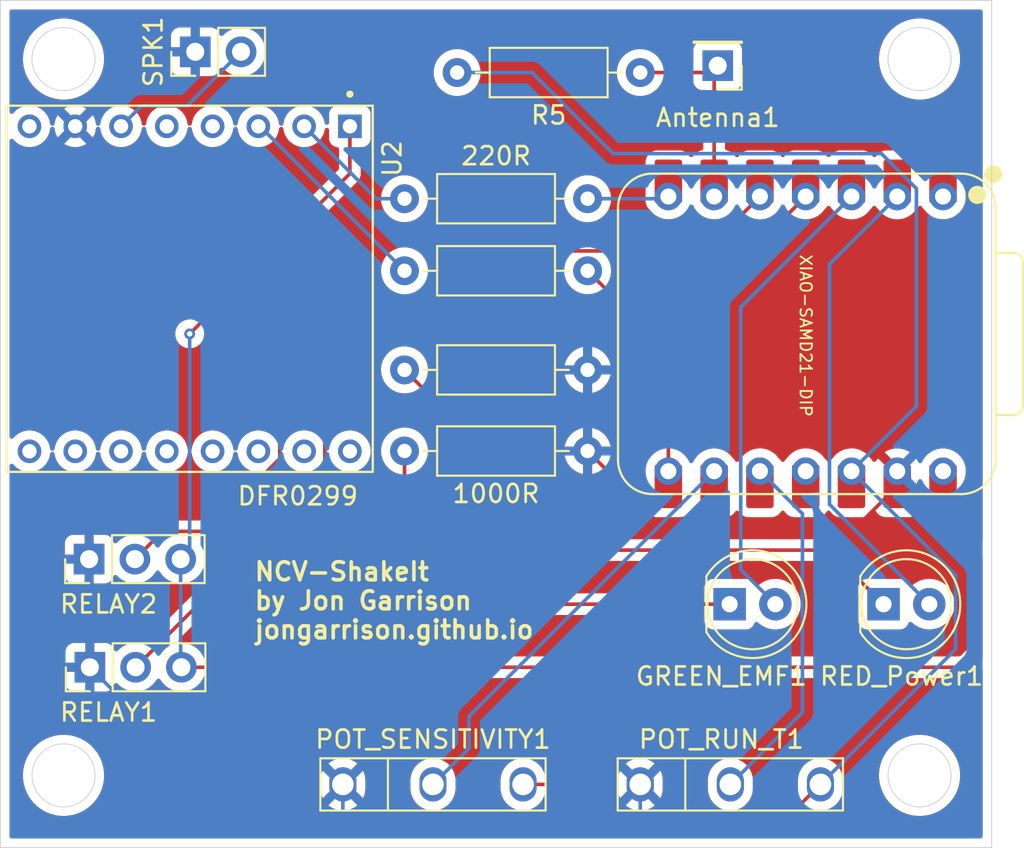
<source format=kicad_pcb>
(kicad_pcb (version 20241229) (generator "pcbnew") (generator_version "9.0")
  (layers (0 "F.Cu" signal) (2 "B.Cu" signal) (13 "F.Paste" user) (15 "B.Paste" user) (5 "F.SilkS" user "F.Silkscreen") (7 "B.SilkS" user "B.Silkscreen") (1 "F.Mask" user) (3 "B.Mask" user) (25 "Edge.Cuts" user))
  (net 0 "")
  (net 1 "Net-(U1-PA5_A9_D9_MISO)")
  (net 2 "Net-(U1-PA7_A8_D8_SCK)")
  (net 3 "Net-(RED_Power1-K)")
  (net 4 "Net-(GREEN_EMF1-K)")
  (net 5 "Net-(U2-TX)")
  (net 6 "Net-(U1-PB09_A7_D7_RX)")
  (net 7 "Net-(U1-PB08_A6_D6_TX)")
  (net 8 "Net-(U2-RX)")
  (net 9 "Net-(Antenna1-Pin_1)")
  (net 10 "Net-(GREEN_EMF1-A)")
  (net 11 "Net-(RED_Power1-A)")
  (net 12 "Net-(RELAY1-Pin_2)")
  (net 13 "Net-(RELAY2-Pin_2)")
  (net 14 "Net-(U2-SPK1)")
  (net 28 "+3.3V")
  (net 29 "GND")
  (net 30 "+5V")
  (footprint "Resistor_THT:R_Axial_DIN0207_L6.3mm_D2.5mm_P10.16mm_Horizontal" (layer "F.Cu") (at 49.58 31 180)
    (property "Reference" "R4" (hide yes))
    (property "Value" "220R" (at 5.08 2.37 0) (layer "F.SilkS"))
    (fp_line (start 9.12 0) (end 8.35 0) (stroke (width 0.12)) (layer "F.SilkS"))
    (fp_line (start 8.35 1.37) (end 8.35 -1.37) (stroke (width 0.12)) (layer "F.SilkS"))
    (fp_line (start 8.35 -1.37) (end 1.81 -1.37) (stroke (width 0.12)) (layer "F.SilkS"))
    (fp_line (start 1.81 1.37) (end 8.35 1.37) (stroke (width 0.12)) (layer "F.SilkS"))
    (fp_line (start 1.81 -1.37) (end 1.81 1.37) (stroke (width 0.12)) (layer "F.SilkS"))
    (fp_line (start 1.04 0) (end 1.81 0) (stroke (width 0.12)) (layer "F.SilkS"))
    (pad "1" thru_hole circle (at 0 0 180) (size 1.6 1.6) (drill 0.8) (layers "*.Cu" "*.Mask") (net 7 "Net-(U1-PB08_A6_D6_TX)"))
    (pad "2" thru_hole oval (at 10.16 0 180) (size 1.6 1.6) (drill 0.8) (layers "*.Cu" "*.Mask") (net 8 "Net-(U2-RX)"))
  )
  (footprint "Connector_PinHeader_2.54mm:PinHeader_1x02_P2.54mm_Vertical" (layer "F.Cu") (at 27.81 22.85 90)
    (property "Reference" "SPK1" (at 0 -2.33 90) (layer "F.SilkS"))
    (property "Value" "Speaker")
    (fp_line (start -1.33 -1.33) (end 0 -1.33) (stroke (width 0.12)) (layer "F.SilkS"))
    (fp_line (start -1.33 0) (end -1.33 -1.33) (stroke (width 0.12)) (layer "F.SilkS"))
    (fp_line (start 1.33 1.27) (end 1.33 3.87) (stroke (width 0.12)) (layer "F.SilkS"))
    (fp_line (start -1.33 1.27) (end 1.33 1.27) (stroke (width 0.12)) (layer "F.SilkS"))
    (fp_line (start -1.33 1.27) (end -1.33 3.87) (stroke (width 0.12)) (layer "F.SilkS"))
    (fp_line (start -1.33 3.87) (end 1.33 3.87) (stroke (width 0.12)) (layer "F.SilkS"))
    (pad "1" thru_hole rect (at 0 0 90) (size 1.7 1.7) (drill 1) (layers "*.Cu" "*.Mask") (net 29 "GND"))
    (pad "2" thru_hole oval (at 0 2.54 90) (size 1.7 1.7) (drill 1) (layers "*.Cu" "*.Mask") (net 14 "Net-(U2-SPK1)"))
  )
  (footprint "DFR0299:MODULE_DFR0299" (layer "F.Cu") (at 27.5 36 -90)
    (property "Reference" "U2" (at -7.225 -11.235 90) (layer "F.SilkS"))
    (property "Value" "DFR0299" (at 11.5 -6 180) (layer "F.SilkS"))
    (fp_line (start -10.16 10.16) (end -10.16 -10.16) (stroke (width 0.127)) (layer "F.SilkS"))
    (fp_line (start 10.16 10.16) (end -10.16 10.16) (stroke (width 0.127)) (layer "F.SilkS"))
    (fp_line (start -10.16 -10.16) (end 10.16 -10.16) (stroke (width 0.127)) (layer "F.SilkS"))
    (fp_line (start 10.16 -10.16) (end 10.16 10.16) (stroke (width 0.127)) (layer "F.SilkS"))
    (fp_circle (center -10.8 -8.89) (end -10.7 -8.89) (stroke (width 0.2)) (fill no) (layer "F.SilkS"))
    (pad "1" thru_hole rect (at -9.017 -8.89 270) (size 1.308 1.308) (drill 0.8) (layers "*.Cu" "*.Mask") (net 30 "+5V"))
    (pad "2" thru_hole circle (at -9.017 -6.35 270) (size 1.308 1.308) (drill 0.8) (layers "*.Cu" "*.Mask") (net 8 "Net-(U2-RX)"))
    (pad "3" thru_hole circle (at -9.017 -3.81 270) (size 1.308 1.308) (drill 0.8) (layers "*.Cu" "*.Mask") (net 5 "Net-(U2-TX)"))
    (pad "4" thru_hole circle (at -9.017 -1.27 270) (size 1.308 1.308) (drill 0.8) (layers "*.Cu" "*.Mask"))
    (pad "5" thru_hole circle (at -9.017 1.27 270) (size 1.308 1.308) (drill 0.8) (layers "*.Cu" "*.Mask"))
    (pad "6" thru_hole circle (at -9.017 3.81 270) (size 1.308 1.308) (drill 0.8) (layers "*.Cu" "*.Mask") (net 14 "Net-(U2-SPK1)"))
    (pad "7" thru_hole circle (at -9.017 6.35 270) (size 1.308 1.308) (drill 0.8) (layers "*.Cu" "*.Mask") (net 29 "GND"))
    (pad "8" thru_hole circle (at -9.017 8.89 270) (size 1.308 1.308) (drill 0.8) (layers "*.Cu" "*.Mask"))
    (pad "9" thru_hole circle (at 9.017 8.89 270) (size 1.308 1.308) (drill 0.8) (layers "*.Cu" "*.Mask"))
    (pad "10" thru_hole circle (at 9.017 6.35 270) (size 1.308 1.308) (drill 0.8) (layers "*.Cu" "*.Mask"))
    (pad "11" thru_hole circle (at 9.017 3.81 270) (size 1.308 1.308) (drill 0.8) (layers "*.Cu" "*.Mask"))
    (pad "12" thru_hole circle (at 9.017 1.27 270) (size 1.308 1.308) (drill 0.8) (layers "*.Cu" "*.Mask"))
    (pad "13" thru_hole circle (at 9.017 -1.27 270) (size 1.308 1.308) (drill 0.8) (layers "*.Cu" "*.Mask"))
    (pad "14" thru_hole circle (at 9.017 -3.81 270) (size 1.308 1.308) (drill 0.8) (layers "*.Cu" "*.Mask"))
    (pad "15" thru_hole circle (at 9.017 -6.35 270) (size 1.308 1.308) (drill 0.8) (layers "*.Cu" "*.Mask"))
    (pad "16" thru_hole circle (at 9.017 -8.89 270) (size 1.308 1.308) (drill 0.8) (layers "*.Cu" "*.Mask"))
  )
  (footprint "Resistor_THT:R_Axial_DIN0207_L6.3mm_D2.5mm_P10.16mm_Horizontal" (layer "F.Cu") (at 49.58 35 180)
    (property "Reference" "R3" (hide yes))
    (property "Value" "220R" (hide yes))
    (fp_line (start 9.12 0) (end 8.35 0) (stroke (width 0.12)) (layer "F.SilkS"))
    (fp_line (start 8.35 1.37) (end 8.35 -1.37) (stroke (width 0.12)) (layer "F.SilkS"))
    (fp_line (start 8.35 -1.37) (end 1.81 -1.37) (stroke (width 0.12)) (layer "F.SilkS"))
    (fp_line (start 1.81 1.37) (end 8.35 1.37) (stroke (width 0.12)) (layer "F.SilkS"))
    (fp_line (start 1.81 -1.37) (end 1.81 1.37) (stroke (width 0.12)) (layer "F.SilkS"))
    (fp_line (start 1.04 0) (end 1.81 0) (stroke (width 0.12)) (layer "F.SilkS"))
    (pad "1" thru_hole circle (at 0 0 180) (size 1.6 1.6) (drill 0.8) (layers "*.Cu" "*.Mask") (net 6 "Net-(U1-PB09_A7_D7_RX)"))
    (pad "2" thru_hole oval (at 10.16 0 180) (size 1.6 1.6) (drill 0.8) (layers "*.Cu" "*.Mask") (net 5 "Net-(U2-TX)"))
  )
  (footprint "Seeed Studio XIAO Series Library:XIAO-SAMD21-DIP" (layer "F.Cu") (at 61.744 38.6 -90)
    (property "Reference" "U1" (hide yes))
    (property "Value" "XIAO-SAMD21-DIP" (at 0 0.0625 270) (layer "F.SilkS") (effects (font (size 0.635 0.635) (thickness 0.1016))))
    (fp_line (start -7.085 10.4765) (end 6.885 10.4765) (stroke (width 0.127)) (layer "F.SilkS"))
    (fp_line (start -8.99 8.5715) (end -8.99 -8.5735) (stroke (width 0.127)) (layer "F.SilkS"))
    (fp_line (start 8.79 8.5715) (end 8.79 -8.5735) (stroke (width 0.127)) (layer "F.SilkS"))
    (fp_line (start -4.595 -10.4785) (end -4.591272 -11.488772) (stroke (width 0.127)) (layer "F.SilkS"))
    (fp_line (start 6.885 -10.4785) (end -7.085 -10.4785) (stroke (width 0.1)) (layer "F.SilkS"))
    (fp_line (start 6.885 -10.4785) (end -7.085 -10.4785) (stroke (width 0.127)) (layer "F.SilkS"))
    (fp_line (start 4.404 -11.4885) (end 4.404 -10.4785) (stroke (width 0.127)) (layer "F.SilkS"))
    (fp_line (start -4.091272 -11.9885) (end 3.904 -11.9885) (stroke (width 0.127)) (layer "F.SilkS"))
    (fp_arc (start -7.085 10.4765) (mid -8.432038 9.918538) (end -8.99 8.5715) (stroke (width 0.127)) (layer "F.SilkS"))
    (fp_arc (start 8.79 8.5715) (mid 8.232038 9.918538) (end 6.885 10.4765) (stroke (width 0.127)) (layer "F.SilkS"))
    (fp_arc (start -8.99 -8.5735) (mid -8.432038 -9.920538) (end -7.085 -10.4785) (stroke (width 0.127)) (layer "F.SilkS"))
    (fp_arc (start 6.885 -10.4785) (mid 8.232038 -9.920538) (end 8.79 -8.5735) (stroke (width 0.127)) (layer "F.SilkS"))
    (fp_arc (start -4.591272 -11.488772) (mid -4.444728 -11.84214) (end -4.091272 -11.9885) (stroke (width 0.127)) (layer "F.SilkS"))
    (fp_arc (start 3.904 -11.9885) (mid 4.257553 -11.842053) (end 4.404 -11.4885) (stroke (width 0.127)) (layer "F.SilkS"))
    (fp_circle (center -7.811 -9.4575) (end -7.811 -9.7115) (stroke (width 0.5)) (fill yes) (layer "F.SilkS"))
    (fp_circle (center -8.954 -10.3375) (end -8.954 -10.5915) (stroke (width 0.5)) (fill yes) (layer "F.SilkS"))
    (pad "1" smd roundrect (at -8.555 -7.5575 90) (size 2.432 1.524) (layers "F.Cu" "F.Mask") (roundrect_rratio 0.1))
    (pad "1" thru_hole circle (at -7.72 -7.5575 90) (size 1.524 1.524) (drill 0.889) (layers "*.Cu" "*.Mask"))
    (pad "2" smd roundrect (at -8.555 -5.0175 90) (size 2.432 1.524) (layers "F.Cu" "F.Mask") (roundrect_rratio 0.1) (net 11 "Net-(RED_Power1-A)"))
    (pad "2" thru_hole circle (at -7.72 -5.0175 90) (size 1.524 1.524) (drill 0.889) (layers "*.Cu" "*.Mask") (net 11 "Net-(RED_Power1-A)"))
    (pad "3" smd roundrect (at -8.555 -2.4775 90) (size 2.432 1.524) (layers "F.Cu" "F.Mask") (roundrect_rratio 0.1) (net 10 "Net-(GREEN_EMF1-A)"))
    (pad "3" thru_hole circle (at -7.72 -2.4775 90) (size 1.524 1.524) (drill 0.889) (layers "*.Cu" "*.Mask") (net 10 "Net-(GREEN_EMF1-A)"))
    (pad "4" smd roundrect (at -8.555 0.0625 90) (size 2.432 1.524) (layers "F.Cu" "F.Mask") (roundrect_rratio 0.1) (net 12 "Net-(RELAY1-Pin_2)"))
    (pad "4" thru_hole circle (at -7.72 0.0625 90) (size 1.524 1.524) (drill 0.889) (layers "*.Cu" "*.Mask") (net 12 "Net-(RELAY1-Pin_2)"))
    (pad "5" smd roundrect (at -8.555 2.6025 90) (size 2.432 1.524) (layers "F.Cu" "F.Mask") (roundrect_rratio 0.1) (net 13 "Net-(RELAY2-Pin_2)"))
    (pad "5" thru_hole circle (at -7.72 2.6025 90) (size 1.524 1.524) (drill 0.889) (layers "*.Cu" "*.Mask") (net 13 "Net-(RELAY2-Pin_2)"))
    (pad "6" smd roundrect (at -8.555 5.1425 90) (size 2.432 1.524) (layers "F.Cu" "F.Mask") (roundrect_rratio 0.1) (net 9 "Net-(Antenna1-Pin_1)"))
    (pad "6" thru_hole circle (at -7.72 5.1425 90) (size 1.524 1.524) (drill 0.889) (layers "*.Cu" "*.Mask") (net 9 "Net-(Antenna1-Pin_1)"))
    (pad "7" smd roundrect (at -8.555 7.6825 90) (size 2.432 1.524) (layers "F.Cu" "F.Mask") (roundrect_rratio 0.1) (net 7 "Net-(U1-PB08_A6_D6_TX)"))
    (pad "7" thru_hole circle (at -7.72 7.6825 90) (size 1.524 1.524) (drill 0.889) (layers "*.Cu" "*.Mask") (net 7 "Net-(U1-PB08_A6_D6_TX)"))
    (pad "8" thru_hole circle (at 7.52 7.6825 270) (size 1.524 1.524) (drill 0.889) (layers "*.Cu" "*.Mask") (net 6 "Net-(U1-PB09_A7_D7_RX)"))
    (pad "8" smd roundrect (at 8.355 7.6825 270) (size 2.432 1.524) (layers "F.Cu" "F.Mask") (roundrect_rratio 0.1) (net 6 "Net-(U1-PB09_A7_D7_RX)"))
    (pad "9" thru_hole circle (at 7.52 5.1425 270) (size 1.524 1.524) (drill 0.889) (layers "*.Cu" "*.Mask") (net 2 "Net-(U1-PA7_A8_D8_SCK)"))
    (pad "9" smd roundrect (at 8.355 5.1425 270) (size 2.432 1.524) (layers "F.Cu" "F.Mask") (roundrect_rratio 0.1) (net 2 "Net-(U1-PA7_A8_D8_SCK)"))
    (pad "10" thru_hole circle (at 7.52 2.6025 270) (size 1.524 1.524) (drill 0.889) (layers "*.Cu" "*.Mask") (net 1 "Net-(U1-PA5_A9_D9_MISO)"))
    (pad "10" smd roundrect (at 8.355 2.6025 270) (size 2.432 1.524) (layers "F.Cu" "F.Mask") (roundrect_rratio 0.1) (net 1 "Net-(U1-PA5_A9_D9_MISO)"))
    (pad "11" thru_hole circle (at 7.52 0.0625 270) (size 1.524 1.524) (drill 0.889) (layers "*.Cu" "*.Mask"))
    (pad "11" smd roundrect (at 8.355 0.0625 270) (size 2.432 1.524) (layers "F.Cu" "F.Mask") (roundrect_rratio 0.1))
    (pad "12" thru_hole circle (at 7.52 -2.4775 270) (size 1.524 1.524) (drill 0.889) (layers "*.Cu" "*.Mask") (net 28 "+3.3V"))
    (pad "12" smd roundrect (at 8.355 -2.4775 270) (size 2.432 1.524) (layers "F.Cu" "F.Mask") (roundrect_rratio 0.1) (net 28 "+3.3V"))
    (pad "13" thru_hole circle (at 7.52 -5.0175 270) (size 1.524 1.524) (drill 0.889) (layers "*.Cu" "*.Mask") (net 29 "GND"))
    (pad "13" smd roundrect (at 8.355 -5.0175 270) (size 2.432 1.524) (layers "F.Cu" "F.Mask") (roundrect_rratio 0.1) (net 29 "GND"))
    (pad "14" thru_hole circle (at 7.52 -7.5575 270) (size 1.524 1.524) (drill 0.889) (layers "*.Cu" "*.Mask") (net 30 "+5V"))
    (pad "14" smd roundrect (at 8.355 -7.5575 270) (size 2.432 1.524) (layers "F.Cu" "F.Mask") (roundrect_rratio 0.1) (net 30 "+5V"))
  )
  (footprint "Connector_PinHeader_2.54mm:PinHeader_1x01_P2.54mm_Vertical" (layer "F.Cu") (at 56.8015 23.62 180)
    (property "Reference" "Antenna1" (at 0 -2.88 0) (layer "F.SilkS"))
    (property "Value" "Conn_01x01_Pin" (hide yes))
    (fp_line (start 1.33 1.27) (end 1.33 1.33) (stroke (width 0.12)) (layer "F.SilkS"))
    (fp_line (start -1.33 1.33) (end 1.33 1.33) (stroke (width 0.12)) (layer "F.SilkS"))
    (fp_line (start -1.33 1.27) (end 1.33 1.27) (stroke (width 0.12)) (layer "F.SilkS"))
    (fp_line (start -1.33 1.27) (end -1.33 1.33) (stroke (width 0.12)) (layer "F.SilkS"))
    (fp_line (start -1.33 0) (end -1.33 -1.33) (stroke (width 0.12)) (layer "F.SilkS"))
    (fp_line (start -1.33 -1.33) (end 0 -1.33) (stroke (width 0.12)) (layer "F.SilkS"))
    (pad "1" thru_hole rect (at 0 0 180) (size 1.7 1.7) (drill 1) (layers "*.Cu" "*.Mask") (net 9 "Net-(Antenna1-Pin_1)"))
  )
  (footprint "Connector_PinHeader_2.54mm:PinHeader_1x03_P2.54mm_Vertical" (layer "F.Cu") (at 21.96 57 90)
    (property "Reference" "RELAY1" (at -2.5 1.04 180) (layer "F.SilkS"))
    (property "Value" "Conn_01x03_Pin" (hide yes))
    (fp_line (start -1.33 -1.33) (end 0 -1.33) (stroke (width 0.12)) (layer "F.SilkS"))
    (fp_line (start -1.33 0) (end -1.33 -1.33) (stroke (width 0.12)) (layer "F.SilkS"))
    (fp_line (start 1.33 1.27) (end 1.33 6.41) (stroke (width 0.12)) (layer "F.SilkS"))
    (fp_line (start -1.33 1.27) (end 1.33 1.27) (stroke (width 0.12)) (layer "F.SilkS"))
    (fp_line (start -1.33 1.27) (end -1.33 6.41) (stroke (width 0.12)) (layer "F.SilkS"))
    (fp_line (start -1.33 6.41) (end 1.33 6.41) (stroke (width 0.12)) (layer "F.SilkS"))
    (pad "1" thru_hole rect (at 0 0 90) (size 1.7 1.7) (drill 1) (layers "*.Cu" "*.Mask") (net 29 "GND"))
    (pad "2" thru_hole oval (at 0 2.54 90) (size 1.7 1.7) (drill 1) (layers "*.Cu" "*.Mask") (net 12 "Net-(RELAY1-Pin_2)"))
    (pad "3" thru_hole oval (at 0 5.08 90) (size 1.7 1.7) (drill 1) (layers "*.Cu" "*.Mask") (net 30 "+5V"))
  )
  (footprint "Resistor_THT:R_Axial_DIN0207_L6.3mm_D2.5mm_P10.16mm_Horizontal" (layer "F.Cu") (at 39.42 40.5)
    (property "Reference" "R1" (hide yes))
    (property "Value" "1000R" (hide yes))
    (fp_line (start 1.04 0) (end 1.81 0) (stroke (width 0.12)) (layer "F.SilkS"))
    (fp_line (start 1.81 -1.37) (end 1.81 1.37) (stroke (width 0.12)) (layer "F.SilkS"))
    (fp_line (start 1.81 1.37) (end 8.35 1.37) (stroke (width 0.12)) (layer "F.SilkS"))
    (fp_line (start 8.35 -1.37) (end 1.81 -1.37) (stroke (width 0.12)) (layer "F.SilkS"))
    (fp_line (start 8.35 1.37) (end 8.35 -1.37) (stroke (width 0.12)) (layer "F.SilkS"))
    (fp_line (start 9.12 0) (end 8.35 0) (stroke (width 0.12)) (layer "F.SilkS"))
    (pad "1" thru_hole circle (at 0 0) (size 1.6 1.6) (drill 0.8) (layers "*.Cu" "*.Mask") (net 3 "Net-(RED_Power1-K)"))
    (pad "2" thru_hole oval (at 10.16 0) (size 1.6 1.6) (drill 0.8) (layers "*.Cu" "*.Mask") (net 29 "GND"))
  )
  (footprint "Resistor_THT:R_Axial_DIN0207_L6.3mm_D2.5mm_P10.16mm_Horizontal" (layer "F.Cu") (at 39.42 45)
    (property "Reference" "R2" (hide yes))
    (property "Value" "1000R" (at 5.08 2.37 0) (layer "F.SilkS"))
    (fp_line (start 1.04 0) (end 1.81 0) (stroke (width 0.12)) (layer "F.SilkS"))
    (fp_line (start 1.81 -1.37) (end 1.81 1.37) (stroke (width 0.12)) (layer "F.SilkS"))
    (fp_line (start 1.81 1.37) (end 8.35 1.37) (stroke (width 0.12)) (layer "F.SilkS"))
    (fp_line (start 8.35 -1.37) (end 1.81 -1.37) (stroke (width 0.12)) (layer "F.SilkS"))
    (fp_line (start 8.35 1.37) (end 8.35 -1.37) (stroke (width 0.12)) (layer "F.SilkS"))
    (fp_line (start 9.12 0) (end 8.35 0) (stroke (width 0.12)) (layer "F.SilkS"))
    (pad "1" thru_hole circle (at 0 0) (size 1.6 1.6) (drill 0.8) (layers "*.Cu" "*.Mask") (net 4 "Net-(GREEN_EMF1-K)"))
    (pad "2" thru_hole oval (at 10.16 0) (size 1.6 1.6) (drill 0.8) (layers "*.Cu" "*.Mask") (net 29 "GND"))
  )
  (footprint "LED_THT:LED_D5.0mm" (layer "F.Cu") (at 66 53.5)
    (property "Reference" "RED_Power1" (at 1 4 0) (layer "F.SilkS"))
    (property "Value" "LED" (hide yes))
    (fp_line (start -1.29 -1.545) (end -1.29 1.545) (stroke (width 0.12)) (layer "F.SilkS"))
    (fp_arc (start -1.29 -1.54483) (mid 2.071756 -2.880501) (end 4.26 -0.000048) (stroke (width 0.12)) (layer "F.SilkS"))
    (fp_arc (start 4.26 0.000048) (mid 2.071756 2.880501) (end -1.29 1.54483) (stroke (width 0.12)) (layer "F.SilkS"))
    (fp_circle (center 1.27 0) (end 3.77 0) (stroke (width 0.12)) (fill no) (layer "F.SilkS"))
    (pad "1" thru_hole rect (at 0 0) (size 1.8 1.8) (drill 0.9) (layers "*.Cu" "*.Mask") (net 3 "Net-(RED_Power1-K)"))
    (pad "2" thru_hole circle (at 2.54 0) (size 1.8 1.8) (drill 0.9) (layers "*.Cu" "*.Mask") (net 11 "Net-(RED_Power1-A)"))
  )
  (footprint "Potentiometer_THT:JG-3Pin-Pot-11mmOuterPins" (layer "F.Cu") (at 57.5 63.5)
    (property "Reference" "POT_RUN_T1" (at -0.5 -2.5 0) (layer "F.SilkS"))
    (property "Value" "10K" (hide yes))
    (fp_line (start -6.25 -1.45) (end 6.25 -1.45) (stroke (width 0.12)) (layer "F.SilkS"))
    (fp_line (start -6.25 1.45) (end -6.25 -1.45) (stroke (width 0.12)) (layer "F.SilkS"))
    (fp_line (start -2.5 -1.45) (end -2.5 1.45) (stroke (width 0.12)) (layer "F.SilkS"))
    (fp_line (start 6.25 -1.45) (end 6.25 1.45) (stroke (width 0.12)) (layer "F.SilkS"))
    (fp_line (start 6.25 1.45) (end -6.25 1.45) (stroke (width 0.12)) (layer "F.SilkS"))
    (pad "1" thru_hole oval (at -5 0) (size 1.5 1.9) (drill 1.2) (layers "*.Cu" "*.Mask") (net 29 "GND"))
    (pad "2" thru_hole oval (at 0 0) (size 1.5 1.9) (drill 1.2) (layers "*.Cu" "*.Mask") (net 1 "Net-(U1-PA5_A9_D9_MISO)"))
    (pad "3" thru_hole oval (at 5 0) (size 1.5 1.9) (drill 1.2) (layers "*.Cu" "*.Mask") (net 28 "+3.3V"))
  )
  (footprint "LED_THT:LED_D5.0mm" (layer "F.Cu") (at 57.46 53.5)
    (property "Reference" "GREEN_EMF1" (at -0.46 4 180) (layer "F.SilkS"))
    (property "Value" "LED" (hide yes))
    (fp_line (start -1.29 -1.545) (end -1.29 1.545) (stroke (width 0.12)) (layer "F.SilkS"))
    (fp_arc (start -1.29 -1.54483) (mid 2.071756 -2.880501) (end 4.26 -0.000048) (stroke (width 0.12)) (layer "F.SilkS"))
    (fp_arc (start 4.26 0.000048) (mid 2.071756 2.880501) (end -1.29 1.54483) (stroke (width 0.12)) (layer "F.SilkS"))
    (fp_circle (center 1.27 0) (end 3.77 0) (stroke (width 0.12)) (fill no) (layer "F.SilkS"))
    (pad "1" thru_hole rect (at 0 0) (size 1.8 1.8) (drill 0.9) (layers "*.Cu" "*.Mask") (net 4 "Net-(GREEN_EMF1-K)"))
    (pad "2" thru_hole circle (at 2.54 0) (size 1.8 1.8) (drill 0.9) (layers "*.Cu" "*.Mask") (net 10 "Net-(GREEN_EMF1-A)"))
  )
  (footprint "Connector_PinHeader_2.54mm:PinHeader_1x03_P2.54mm_Vertical" (layer "F.Cu") (at 21.92 51 90)
    (property "Reference" "RELAY2" (at -2.5 1.08 180) (layer "F.SilkS"))
    (property "Value" "Conn_01x03_Pin" (hide yes))
    (fp_line (start -1.33 -1.33) (end 0 -1.33) (stroke (width 0.12)) (layer "F.SilkS"))
    (fp_line (start -1.33 0) (end -1.33 -1.33) (stroke (width 0.12)) (layer "F.SilkS"))
    (fp_line (start 1.33 1.27) (end 1.33 6.41) (stroke (width 0.12)) (layer "F.SilkS"))
    (fp_line (start -1.33 1.27) (end 1.33 1.27) (stroke (width 0.12)) (layer "F.SilkS"))
    (fp_line (start -1.33 1.27) (end -1.33 6.41) (stroke (width 0.12)) (layer "F.SilkS"))
    (fp_line (start -1.33 6.41) (end 1.33 6.41) (stroke (width 0.12)) (layer "F.SilkS"))
    (pad "1" thru_hole rect (at 0 0 90) (size 1.7 1.7) (drill 1) (layers "*.Cu" "*.Mask") (net 29 "GND"))
    (pad "2" thru_hole oval (at 0 2.54 90) (size 1.7 1.7) (drill 1) (layers "*.Cu" "*.Mask") (net 13 "Net-(RELAY2-Pin_2)"))
    (pad "3" thru_hole oval (at 0 5.08 90) (size 1.7 1.7) (drill 1) (layers "*.Cu" "*.Mask") (net 30 "+5V"))
  )
  (footprint "Potentiometer_THT:JG-3Pin-Pot-11mmOuterPins" (layer "F.Cu") (at 41 63.5)
    (property "Reference" "POT_SENSITIVITY1" (at 0 -2.5 0) (layer "F.SilkS"))
    (property "Value" "10K" (hide yes))
    (fp_line (start -6.25 -1.45) (end 6.25 -1.45) (stroke (width 0.12)) (layer "F.SilkS"))
    (fp_line (start -6.25 1.45) (end -6.25 -1.45) (stroke (width 0.12)) (layer "F.SilkS"))
    (fp_line (start -2.5 -1.45) (end -2.5 1.45) (stroke (width 0.12)) (layer "F.SilkS"))
    (fp_line (start 6.25 -1.45) (end 6.25 1.45) (stroke (width 0.12)) (layer "F.SilkS"))
    (fp_line (start 6.25 1.45) (end -6.25 1.45) (stroke (width 0.12)) (layer "F.SilkS"))
    (pad "1" thru_hole oval (at -5 0) (size 1.5 1.9) (drill 1.2) (layers "*.Cu" "*.Mask") (net 29 "GND"))
    (pad "2" thru_hole oval (at 0 0) (size 1.5 1.9) (drill 1.2) (layers "*.Cu" "*.Mask") (net 2 "Net-(U1-PA7_A8_D8_SCK)"))
    (pad "3" thru_hole oval (at 5 0) (size 1.5 1.9) (drill 1.2) (layers "*.Cu" "*.Mask") (net 28 "+3.3V"))
  )
  (footprint "Resistor_THT:R_Axial_DIN0207_L6.3mm_D2.5mm_P10.16mm_Horizontal" (layer "F.Cu") (at 52.5 24 180)
    (property "Reference" "R5" (at 5.08 -2.37 0) (layer "F.SilkS"))
    (property "Value" "1M-R")
    (fp_line (start 9.12 0) (end 8.35 0) (stroke (width 0.12)) (layer "F.SilkS"))
    (fp_line (start 8.35 1.37) (end 8.35 -1.37) (stroke (width 0.12)) (layer "F.SilkS"))
    (fp_line (start 8.35 -1.37) (end 1.81 -1.37) (stroke (width 0.12)) (layer "F.SilkS"))
    (fp_line (start 1.81 1.37) (end 8.35 1.37) (stroke (width 0.12)) (layer "F.SilkS"))
    (fp_line (start 1.81 -1.37) (end 1.81 1.37) (stroke (width 0.12)) (layer "F.SilkS"))
    (fp_line (start 1.04 0) (end 1.81 0) (stroke (width 0.12)) (layer "F.SilkS"))
    (pad "1" thru_hole circle (at 0 0 180) (size 1.6 1.6) (drill 0.8) (layers "*.Cu" "*.Mask") (net 9 "Net-(Antenna1-Pin_1)"))
    (pad "2" thru_hole oval (at 10.16 0 180) (size 1.6 1.6) (drill 0.8) (layers "*.Cu" "*.Mask") (net 28 "+3.3V"))
  )
  (gr_circle (center 20.5 23.25) (end 22.25 23.25) (stroke (width 0.05)) (fill no) (layer "Edge.Cuts"))
  (gr_circle (center 68 23.25) (end 69.75 23.25) (stroke (width 0.05)) (fill no) (layer "Edge.Cuts"))
  (gr_circle (center 20.5 63) (end 22.25 63) (stroke (width 0.05)) (fill no) (layer "Edge.Cuts"))
  (gr_circle (center 68 63) (end 69.75 63) (stroke (width 0.05)) (fill no) (layer "Edge.Cuts"))
  (gr_rect (start 17 20) (end 72 67) (stroke (width 0.05)) (fill no) (layer "Edge.Cuts"))
  (gr_text "NCV-ShakeIt\nby Jon Garrison\njongarrison.github.io\n" (at 31 55.5 0) (layer "F.SilkS") (effects (font (size 1 1) (thickness 0.2) (bold yes)) (justify left bottom)))
  (segment (start 57.5 63.5) (end 61.5 59.5) (width 0.2) (layer "B.Cu") (net 1))
  (segment (start 61.5 48.4785) (end 59.1415 46.12) (width 0.2) (layer "B.Cu") (net 1))
  (segment (start 61.5 59.5) (end 61.5 48.4785) (width 0.2) (layer "B.Cu") (net 1))
  (segment (start 56.6015 46.955) (end 56.6015 46.12) (width 0.2) (layer "F.Cu") (net 2))
  (segment (start 56.6015 46.12) (end 43 59.7215) (width 0.2) (layer "B.Cu") (net 2))
  (segment (start 43 59.7215) (end 43 61.5) (width 0.2) (layer "B.Cu") (net 2))
  (segment (start 43 61.5) (end 41 63.5) (width 0.2) (layer "B.Cu") (net 2))
  (segment (start 39.42 40.5) (end 49.42 50.5) (width 0.2) (layer "F.Cu") (net 3))
  (segment (start 63 50.5) (end 66 53.5) (width 0.2) (layer "F.Cu") (net 3))
  (segment (start 49.42 50.5) (end 63 50.5) (width 0.2) (layer "F.Cu") (net 3))
  (segment (start 45 53.5) (end 57.46 53.5) (width 0.2) (layer "F.Cu") (net 4))
  (segment (start 39.42 45) (end 39.42 47.92) (width 0.2) (layer "F.Cu") (net 4))
  (segment (start 39.42 47.92) (end 45 53.5) (width 0.2) (layer "F.Cu") (net 4))
  (segment (start 39.42 35) (end 31.403 26.983) (width 0.2) (layer "B.Cu") (net 5))
  (segment (start 31.403 26.983) (end 31.31 26.983) (width 0.2) (layer "B.Cu") (net 5))
  (segment (start 53.5165 47.5) (end 54.0615 46.955) (width 0.2) (layer "F.Cu") (net 6))
  (segment (start 54.0615 39.4815) (end 49.58 35) (width 0.2) (layer "F.Cu") (net 6))
  (segment (start 54.0615 46.955) (end 54.0615 39.4815) (width 0.2) (layer "F.Cu") (net 6))
  (segment (start 53.9415 31) (end 54.0615 30.88) (width 0.2) (layer "B.Cu") (net 7))
  (segment (start 49.58 31) (end 53.9415 31) (width 0.2) (layer "B.Cu") (net 7))
  (segment (start 37.867 31) (end 33.85 26.983) (width 0.2) (layer "B.Cu") (net 8))
  (segment (start 39.42 31) (end 37.867 31) (width 0.2) (layer "B.Cu") (net 8))
  (segment (start 56.4215 24) (end 56.8015 23.62) (width 0.2) (layer "F.Cu") (net 9))
  (segment (start 56.6015 30.88) (end 56.6015 23.82) (width 0.2) (layer "F.Cu") (net 9))
  (segment (start 52.5 24) (end 56.4215 24) (width 0.2) (layer "F.Cu") (net 9))
  (segment (start 56.6015 23.82) (end 56.8015 23.62) (width 0.2) (layer "F.Cu") (net 9))
  (segment (start 58.0785 51.5785) (end 58.0785 37.023) (width 0.2) (layer "B.Cu") (net 10))
  (segment (start 60 53.5) (end 58.0785 51.5785) (width 0.2) (layer "B.Cu") (net 10))
  (segment (start 58.0785 37.023) (end 64.2215 30.88) (width 0.2) (layer "B.Cu") (net 10))
  (segment (start 63 47.96) (end 63 34.6415) (width 0.2) (layer "B.Cu") (net 11))
  (segment (start 68.54 53.5) (end 63 47.96) (width 0.2) (layer "B.Cu") (net 11))
  (segment (start 63 34.6415) (end 66.7615 30.88) (width 0.2) (layer "B.Cu") (net 11))
  (segment (start 58.6625 33.899) (end 43.601 33.899) (width 0.2) (layer "F.Cu") (net 12))
  (segment (start 61.6815 30.88) (end 58.6625 33.899) (width 0.2) (layer "F.Cu") (net 12))
  (segment (start 35 42.5) (end 35 46.5) (width 0.2) (layer "F.Cu") (net 12))
  (segment (start 35 46.5) (end 24.5 57) (width 0.2) (layer "F.Cu") (net 12))
  (segment (start 43.601 33.899) (end 35 42.5) (width 0.2) (layer "F.Cu") (net 12))
  (segment (start 32.5 45.419393) (end 28.459696 49.459697) (width 0.2) (layer "F.Cu") (net 13))
  (segment (start 57.0215 33) (end 43.5 33) (width 0.2) (layer "F.Cu") (net 13))
  (segment (start 32.5 44) (end 32.5 45.419393) (width 0.2) (layer "F.Cu") (net 13))
  (segment (start 26.000303 49.459697) (end 24.46 51) (width 0.2) (layer "F.Cu") (net 13))
  (segment (start 43.5 33) (end 32.5 44) (width 0.2) (layer "F.Cu") (net 13))
  (segment (start 59.1415 30.88) (end 57.0215 33) (width 0.2) (layer "F.Cu") (net 13))
  (segment (start 28.459696 49.459697) (end 26.000303 49.459697) (width 0.2) (layer "F.Cu") (net 13))
  (segment (start 30.5 23) (end 30.35 22.85) (width 0.2) (layer "F.Cu") (net 14))
  (segment (start 27.35 25.85) (end 24.823 25.85) (width 0.2) (layer "B.Cu") (net 14))
  (segment (start 24.823 25.85) (end 23.69 26.983) (width 0.2) (layer "B.Cu") (net 14))
  (segment (start 30.35 22.85) (end 27.35 25.85) (width 0.2) (layer "B.Cu") (net 14))
  (segment (start 48 63.5) (end 46 63.5) (width 0.2) (layer "F.Cu") (net 28))
  (segment (start 50 65.5) (end 48 63.5) (width 0.2) (layer "F.Cu") (net 28))
  (segment (start 60.5 65.5) (end 50 65.5) (width 0.2) (layer "F.Cu") (net 28))
  (segment (start 62.5 63.5) (end 60.5 65.5) (width 0.2) (layer "F.Cu") (net 28))
  (segment (start 67.8245 30.43969) (end 67.8245 42.517) (width 0.2) (layer "B.Cu") (net 28))
  (segment (start 42.34 24) (end 46.5 24) (width 0.2) (layer "B.Cu") (net 28))
  (segment (start 67.8245 42.517) (end 64.2215 46.12) (width 0.2) (layer "B.Cu") (net 28))
  (segment (start 51 28.5) (end 65.88481 28.5) (width 0.2) (layer "B.Cu") (net 28))
  (segment (start 46.5 24) (end 51 28.5) (width 0.2) (layer "B.Cu") (net 28))
  (segment (start 70 56) (end 62.5 63.5) (width 0.2) (layer "B.Cu") (net 28))
  (segment (start 64.2215 46.12) (end 70 51.8985) (width 0.2) (layer "B.Cu") (net 28))
  (segment (start 65.88481 28.5) (end 67.8245 30.43969) (width 0.2) (layer "B.Cu") (net 28))
  (segment (start 70 51.8985) (end 70 56) (width 0.2) (layer "B.Cu") (net 28))
  (segment (start 64.7165 49) (end 66.7615 46.955) (width 0.2) (layer "F.Cu") (net 29))
  (segment (start 52.54 49) (end 64.7165 49) (width 0.2) (layer "F.Cu") (net 29))
  (segment (start 49.58 45) (end 49.58 40.5) (width 0.2) (layer "F.Cu") (net 29))
  (segment (start 52.5 47.92) (end 52.5 48.96) (width 0.2) (layer "F.Cu") (net 29))
  (segment (start 49.58 45) (end 52.5 47.92) (width 0.2) (layer "F.Cu") (net 29))
  (segment (start 52.5 48.96) (end 52.54 49) (width 0.2) (layer "F.Cu") (net 29))
  (segment (start 46.831575 45) (end 30.331575 28.5) (width 0.2) (layer "B.Cu") (net 29))
  (segment (start 71 66) (end 52.5 66) (width 0.2) (layer "B.Cu") (net 29))
  (segment (start 36 66) (end 30.96 66) (width 0.2) (layer "B.Cu") (net 29))
  (segment (start 21.96 51.04) (end 21.92 51) (width 0.2) (layer "B.Cu") (net 29))
  (segment (start 30.331575 28.5) (end 22.667 28.5) (width 0.2) (layer "B.Cu") (net 29))
  (segment (start 25.283 22.85) (end 21.15 26.983) (width 0.2) (layer "B.Cu") (net 29))
  (segment (start 49.58 45) (end 46.831575 45) (width 0.2) (layer "B.Cu") (net 29))
  (segment (start 27.81 22.85) (end 25.283 22.85) (width 0.2) (layer "B.Cu") (net 29))
  (segment (start 30.96 66) (end 21.96 57) (width 0.2) (layer "B.Cu") (net 29))
  (segment (start 52.5 63.5) (end 52.5 66) (width 0.2) (layer "B.Cu") (net 29))
  (segment (start 38 66) (end 36 66) (width 0.2) (layer "B.Cu") (net 29))
  (segment (start 52.5 66) (end 38 66) (width 0.2) (layer "B.Cu") (net 29))
  (segment (start 21.96 57) (end 21.96 51.04) (width 0.2) (layer "B.Cu") (net 29))
  (segment (start 22.667 28.5) (end 21.15 26.983) (width 0.2) (layer "B.Cu") (net 29))
  (segment (start 66.7615 46.12) (end 71 50.3585) (width 0.2) (layer "B.Cu") (net 29))
  (segment (start 71 50.3585) (end 71 66) (width 0.2) (layer "B.Cu") (net 29))
  (segment (start 36 66) (end 36 63.5) (width 0.2) (layer "B.Cu") (net 29))
  (segment (start 71 56.5) (end 70.5 57) (width 0.2) (layer "F.Cu") (net 30))
  (segment (start 71.399 51) (end 71.399 56.5) (width 0.2) (layer "F.Cu") (net 30))
  (segment (start 71.399 56.5) (end 71 56.5) (width 0.2) (layer "F.Cu") (net 30))
  (segment (start 70.5 57) (end 27.04 57) (width 0.2) (layer "F.Cu") (net 30))
  (segment (start 36.39 29.61) (end 27.5 38.5) (width 0.2) (layer "F.Cu") (net 30))
  (segment (start 69.3015 48.9025) (end 71.399 51) (width 0.2) (layer "F.Cu") (net 30))
  (segment (start 36.39 26.983) (end 36.39 29.61) (width 0.2) (layer "F.Cu") (net 30))
  (segment (start 69.3015 46.12) (end 69.3015 48.9025) (width 0.2) (layer "F.Cu") (net 30))
  (via (at 27.5 38.5) (size 0.6) (drill 0.3) (layers "F.Cu" "B.Cu") (net 30))
  (segment (start 27.04 51.04) (end 27 51) (width 0.2) (layer "B.Cu") (net 30))
  (segment (start 27 51) (end 27 56.96) (width 0.2) (layer "B.Cu") (net 30))
  (segment (start 27.5 38.5) (end 27.5 50.5) (width 0.2) (layer "B.Cu") (net 30))
  (segment (start 27.5 50.5) (end 27 51) (width 0.2) (layer "B.Cu") (net 30))
  (segment (start 27 56.96) (end 27.04 57) (width 0.2) (layer "B.Cu") (net 30))
  (zone (net 29) (net_name "GND") (layer "F.Cu") (priority 1) (connect_pads (clearance 0.5)) (min_thickness 0.25) (fill yes (thermal_gap 0.5) (thermal_bridge_width 0.5))
    (polygon (pts (xy 17 20) (xy 72 20) (xy 72 67) (xy 17 67)))
  )
  (zone (net 29) (net_name "GND") (layer "B.Cu") (connect_pads (clearance 0.5)) (min_thickness 0.25) (fill yes (thermal_gap 0.5) (thermal_bridge_width 0.5))
    (polygon (pts (xy 17 20) (xy 72 20) (xy 72 67) (xy 17 67)))
  )
)
</source>
